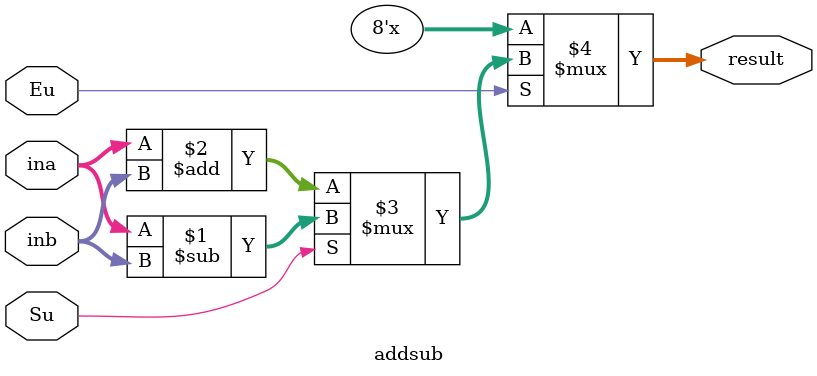
<source format=v>
module addsub(Su,Eu,ina,inb, result);
input Su, Eu;
parameter wordsize = 8;
input [wordsize-1:0] ina, inb;
output [wordsize-1:0] result;
assign result = Eu?(Su?ina-inb:ina+inb):8'bz;
endmodule
</source>
